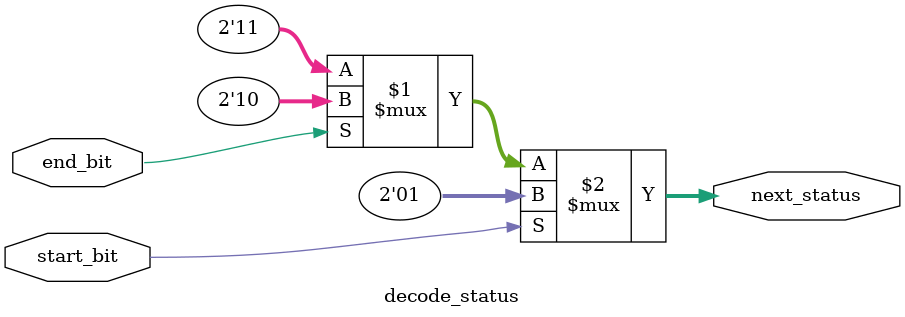
<source format=v>
module decode_status (
    input start_bit,
    input end_bit,
    output wire [1:0] next_status
);
    parameter EMPTY = 2'b00;
    parameter IF_START = 2'b01;
    parameter IF_END = 2'b10;
    parameter NONE = 2'b11;

    assign next_status = start_bit ? IF_START : (end_bit ? IF_END : NONE);
    

endmodule
</source>
